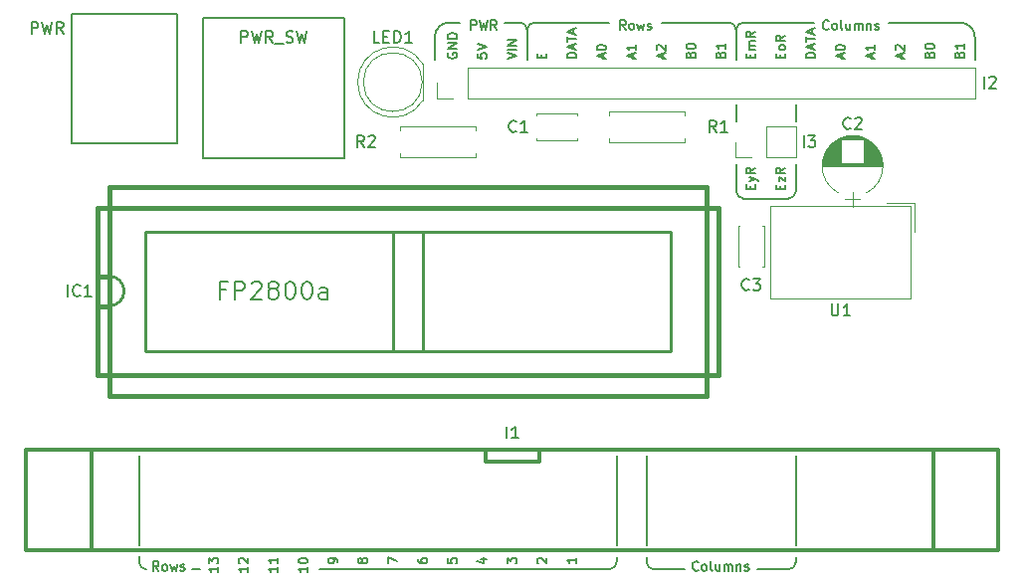
<source format=gbr>
G04 #@! TF.GenerationSoftware,KiCad,Pcbnew,(5.0.0-rc3-dev)*
G04 #@! TF.CreationDate,2019-02-11T22:12:22+01:00*
G04 #@! TF.ProjectId,Lawo 28x13,4C61776F2032387831332E6B69636164,1.1.0*
G04 #@! TF.SameCoordinates,Original*
G04 #@! TF.FileFunction,Legend,Top*
G04 #@! TF.FilePolarity,Positive*
%FSLAX46Y46*%
G04 Gerber Fmt 4.6, Leading zero omitted, Abs format (unit mm)*
G04 Created by KiCad (PCBNEW (5.0.0-rc3-dev)) date 2019 February 11, Monday 22:12:22*
%MOMM*%
%LPD*%
G01*
G04 APERTURE LIST*
%ADD10C,0.200000*%
%ADD11C,0.150000*%
%ADD12C,0.120000*%
%ADD13C,0.381000*%
%ADD14C,0.254000*%
%ADD15C,0.304800*%
%ADD16C,0.299720*%
%ADD17C,0.203200*%
G04 APERTURE END LIST*
D10*
X171450000Y-97282000D02*
X171450000Y-95885000D01*
X166370000Y-97282000D02*
X166370000Y-95885000D01*
X115570000Y-133350000D02*
X115570000Y-125730000D01*
X171450000Y-133350000D02*
X171450000Y-125730000D01*
X158750000Y-133350000D02*
X158750000Y-125730000D01*
X156210000Y-133350000D02*
X156210000Y-125730000D01*
X155574459Y-135440702D02*
X130886199Y-135440702D01*
D11*
X117238095Y-135553404D02*
X116971428Y-135172452D01*
X116780952Y-135553404D02*
X116780952Y-134753404D01*
X117085714Y-134753404D01*
X117161904Y-134791500D01*
X117200000Y-134829595D01*
X117238095Y-134905785D01*
X117238095Y-135020071D01*
X117200000Y-135096261D01*
X117161904Y-135134357D01*
X117085714Y-135172452D01*
X116780952Y-135172452D01*
X117695238Y-135553404D02*
X117619047Y-135515309D01*
X117580952Y-135477214D01*
X117542857Y-135401023D01*
X117542857Y-135172452D01*
X117580952Y-135096261D01*
X117619047Y-135058166D01*
X117695238Y-135020071D01*
X117809523Y-135020071D01*
X117885714Y-135058166D01*
X117923809Y-135096261D01*
X117961904Y-135172452D01*
X117961904Y-135401023D01*
X117923809Y-135477214D01*
X117885714Y-135515309D01*
X117809523Y-135553404D01*
X117695238Y-135553404D01*
X118228571Y-135020071D02*
X118380952Y-135553404D01*
X118533333Y-135172452D01*
X118685714Y-135553404D01*
X118838095Y-135020071D01*
X119104761Y-135515309D02*
X119180952Y-135553404D01*
X119333333Y-135553404D01*
X119409523Y-135515309D01*
X119447619Y-135439119D01*
X119447619Y-135401023D01*
X119409523Y-135324833D01*
X119333333Y-135286738D01*
X119219047Y-135286738D01*
X119142857Y-135248642D01*
X119104761Y-135172452D01*
X119104761Y-135134357D01*
X119142857Y-135058166D01*
X119219047Y-135020071D01*
X119333333Y-135020071D01*
X119409523Y-135058166D01*
D10*
X120751600Y-135458200D02*
X120040400Y-135458200D01*
X155574459Y-135440702D02*
G75*
G03X156209459Y-134805702I0J635000D01*
G01*
X156210000Y-134785100D02*
X156210000Y-134366000D01*
X115569459Y-134818402D02*
X115570000Y-134340600D01*
X115569459Y-134818402D02*
G75*
G03X116204459Y-135453402I635000J0D01*
G01*
X158750000Y-134810500D02*
G75*
G03X159385000Y-135445500I635000J0D01*
G01*
X171450000Y-134366000D02*
X171450000Y-134810500D01*
X158750000Y-134366000D02*
X158750000Y-134810500D01*
X161988500Y-135445500D02*
X159385000Y-135445500D01*
X170815000Y-135445500D02*
X168148000Y-135445500D01*
X170815000Y-135445500D02*
G75*
G03X171450000Y-134810500I0J635000D01*
G01*
D11*
X163148857Y-135477214D02*
X163110761Y-135515309D01*
X162996476Y-135553404D01*
X162920285Y-135553404D01*
X162806000Y-135515309D01*
X162729809Y-135439119D01*
X162691714Y-135362928D01*
X162653619Y-135210547D01*
X162653619Y-135096261D01*
X162691714Y-134943880D01*
X162729809Y-134867690D01*
X162806000Y-134791500D01*
X162920285Y-134753404D01*
X162996476Y-134753404D01*
X163110761Y-134791500D01*
X163148857Y-134829595D01*
X163606000Y-135553404D02*
X163529809Y-135515309D01*
X163491714Y-135477214D01*
X163453619Y-135401023D01*
X163453619Y-135172452D01*
X163491714Y-135096261D01*
X163529809Y-135058166D01*
X163606000Y-135020071D01*
X163720285Y-135020071D01*
X163796476Y-135058166D01*
X163834571Y-135096261D01*
X163872666Y-135172452D01*
X163872666Y-135401023D01*
X163834571Y-135477214D01*
X163796476Y-135515309D01*
X163720285Y-135553404D01*
X163606000Y-135553404D01*
X164329809Y-135553404D02*
X164253619Y-135515309D01*
X164215523Y-135439119D01*
X164215523Y-134753404D01*
X164977428Y-135020071D02*
X164977428Y-135553404D01*
X164634571Y-135020071D02*
X164634571Y-135439119D01*
X164672666Y-135515309D01*
X164748857Y-135553404D01*
X164863142Y-135553404D01*
X164939333Y-135515309D01*
X164977428Y-135477214D01*
X165358380Y-135553404D02*
X165358380Y-135020071D01*
X165358380Y-135096261D02*
X165396476Y-135058166D01*
X165472666Y-135020071D01*
X165586952Y-135020071D01*
X165663142Y-135058166D01*
X165701238Y-135134357D01*
X165701238Y-135553404D01*
X165701238Y-135134357D02*
X165739333Y-135058166D01*
X165815523Y-135020071D01*
X165929809Y-135020071D01*
X166006000Y-135058166D01*
X166044095Y-135134357D01*
X166044095Y-135553404D01*
X166425047Y-135020071D02*
X166425047Y-135553404D01*
X166425047Y-135096261D02*
X166463142Y-135058166D01*
X166539333Y-135020071D01*
X166653619Y-135020071D01*
X166729809Y-135058166D01*
X166767904Y-135134357D01*
X166767904Y-135553404D01*
X167110761Y-135515309D02*
X167186952Y-135553404D01*
X167339333Y-135553404D01*
X167415523Y-135515309D01*
X167453619Y-135439119D01*
X167453619Y-135401023D01*
X167415523Y-135324833D01*
X167339333Y-135286738D01*
X167225047Y-135286738D01*
X167148857Y-135248642D01*
X167110761Y-135172452D01*
X167110761Y-135134357D01*
X167148857Y-135058166D01*
X167225047Y-135020071D01*
X167339333Y-135020071D01*
X167415523Y-135058166D01*
X141819403Y-134498185D02*
X141819403Y-134879137D01*
X142200356Y-134917232D01*
X142162260Y-134879137D01*
X142124165Y-134802947D01*
X142124165Y-134612470D01*
X142162260Y-134536280D01*
X142200356Y-134498185D01*
X142276546Y-134460089D01*
X142467022Y-134460089D01*
X142543213Y-134498185D01*
X142581308Y-134536280D01*
X142619403Y-134612470D01*
X142619403Y-134802947D01*
X142581308Y-134879137D01*
X142543213Y-134917232D01*
X139279403Y-134536280D02*
X139279403Y-134688661D01*
X139317499Y-134764851D01*
X139355594Y-134802947D01*
X139469879Y-134879137D01*
X139622260Y-134917232D01*
X139927022Y-134917232D01*
X140003213Y-134879137D01*
X140041308Y-134841042D01*
X140079403Y-134764851D01*
X140079403Y-134612470D01*
X140041308Y-134536280D01*
X140003213Y-134498185D01*
X139927022Y-134460089D01*
X139736546Y-134460089D01*
X139660356Y-134498185D01*
X139622260Y-134536280D01*
X139584165Y-134612470D01*
X139584165Y-134764851D01*
X139622260Y-134841042D01*
X139660356Y-134879137D01*
X139736546Y-134917232D01*
X146899403Y-134955328D02*
X146899403Y-134460089D01*
X147204165Y-134726756D01*
X147204165Y-134612470D01*
X147242260Y-134536280D01*
X147280356Y-134498185D01*
X147356546Y-134460089D01*
X147547022Y-134460089D01*
X147623213Y-134498185D01*
X147661308Y-134536280D01*
X147699403Y-134612470D01*
X147699403Y-134841042D01*
X147661308Y-134917232D01*
X147623213Y-134955328D01*
X152779403Y-134460089D02*
X152779403Y-134917232D01*
X152779403Y-134688661D02*
X151979403Y-134688661D01*
X152093689Y-134764851D01*
X152169879Y-134841042D01*
X152207975Y-134917232D01*
X134542260Y-134764851D02*
X134504165Y-134841042D01*
X134466070Y-134879137D01*
X134389879Y-134917232D01*
X134351784Y-134917232D01*
X134275594Y-134879137D01*
X134237499Y-134841042D01*
X134199403Y-134764851D01*
X134199403Y-134612470D01*
X134237499Y-134536280D01*
X134275594Y-134498185D01*
X134351784Y-134460089D01*
X134389879Y-134460089D01*
X134466070Y-134498185D01*
X134504165Y-134536280D01*
X134542260Y-134612470D01*
X134542260Y-134764851D01*
X134580356Y-134841042D01*
X134618451Y-134879137D01*
X134694641Y-134917232D01*
X134847022Y-134917232D01*
X134923213Y-134879137D01*
X134961308Y-134841042D01*
X134999403Y-134764851D01*
X134999403Y-134612470D01*
X134961308Y-134536280D01*
X134923213Y-134498185D01*
X134847022Y-134460089D01*
X134694641Y-134460089D01*
X134618451Y-134498185D01*
X134580356Y-134536280D01*
X134542260Y-134612470D01*
X132459403Y-134841042D02*
X132459403Y-134688661D01*
X132421308Y-134612470D01*
X132383213Y-134574375D01*
X132268927Y-134498185D01*
X132116546Y-134460089D01*
X131811784Y-134460089D01*
X131735594Y-134498185D01*
X131697499Y-134536280D01*
X131659403Y-134612470D01*
X131659403Y-134764851D01*
X131697499Y-134841042D01*
X131735594Y-134879137D01*
X131811784Y-134917232D01*
X132002260Y-134917232D01*
X132078451Y-134879137D01*
X132116546Y-134841042D01*
X132154641Y-134764851D01*
X132154641Y-134612470D01*
X132116546Y-134536280D01*
X132078451Y-134498185D01*
X132002260Y-134460089D01*
X122299403Y-135221994D02*
X122299403Y-135679137D01*
X122299403Y-135450566D02*
X121499403Y-135450566D01*
X121613689Y-135526756D01*
X121689879Y-135602947D01*
X121727975Y-135679137D01*
X121499403Y-134955328D02*
X121499403Y-134460089D01*
X121804165Y-134726756D01*
X121804165Y-134612470D01*
X121842260Y-134536280D01*
X121880356Y-134498185D01*
X121956546Y-134460089D01*
X122147022Y-134460089D01*
X122223213Y-134498185D01*
X122261308Y-134536280D01*
X122299403Y-134612470D01*
X122299403Y-134841042D01*
X122261308Y-134917232D01*
X122223213Y-134955328D01*
X149515594Y-134917232D02*
X149477499Y-134879137D01*
X149439403Y-134802947D01*
X149439403Y-134612470D01*
X149477499Y-134536280D01*
X149515594Y-134498185D01*
X149591784Y-134460089D01*
X149667975Y-134460089D01*
X149782260Y-134498185D01*
X150239403Y-134955328D01*
X150239403Y-134460089D01*
X127379403Y-135221994D02*
X127379403Y-135679137D01*
X127379403Y-135450566D02*
X126579403Y-135450566D01*
X126693689Y-135526756D01*
X126769879Y-135602947D01*
X126807975Y-135679137D01*
X127379403Y-134460089D02*
X127379403Y-134917232D01*
X127379403Y-134688661D02*
X126579403Y-134688661D01*
X126693689Y-134764851D01*
X126769879Y-134841042D01*
X126807975Y-134917232D01*
X136739403Y-134955328D02*
X136739403Y-134421994D01*
X137539403Y-134764851D01*
X129919403Y-135221994D02*
X129919403Y-135679137D01*
X129919403Y-135450566D02*
X129119403Y-135450566D01*
X129233689Y-135526756D01*
X129309879Y-135602947D01*
X129347975Y-135679137D01*
X129119403Y-134726756D02*
X129119403Y-134650566D01*
X129157499Y-134574375D01*
X129195594Y-134536280D01*
X129271784Y-134498185D01*
X129424165Y-134460089D01*
X129614641Y-134460089D01*
X129767022Y-134498185D01*
X129843213Y-134536280D01*
X129881308Y-134574375D01*
X129919403Y-134650566D01*
X129919403Y-134726756D01*
X129881308Y-134802947D01*
X129843213Y-134841042D01*
X129767022Y-134879137D01*
X129614641Y-134917232D01*
X129424165Y-134917232D01*
X129271784Y-134879137D01*
X129195594Y-134841042D01*
X129157499Y-134802947D01*
X129119403Y-134726756D01*
X144626070Y-134536280D02*
X145159403Y-134536280D01*
X144321308Y-134726756D02*
X144892737Y-134917232D01*
X144892737Y-134421994D01*
X124839403Y-135221994D02*
X124839403Y-135679137D01*
X124839403Y-135450566D02*
X124039403Y-135450566D01*
X124153689Y-135526756D01*
X124229879Y-135602947D01*
X124267975Y-135679137D01*
X124115594Y-134917232D02*
X124077499Y-134879137D01*
X124039403Y-134802947D01*
X124039403Y-134612470D01*
X124077499Y-134536280D01*
X124115594Y-134498185D01*
X124191784Y-134460089D01*
X124267975Y-134460089D01*
X124382260Y-134498185D01*
X124839403Y-134955328D01*
X124839403Y-134460089D01*
D10*
X166370000Y-103251000D02*
X166370000Y-100965000D01*
X166370000Y-103251000D02*
G75*
G03X167005000Y-103886000I635000J0D01*
G01*
X170815000Y-103886000D02*
X167005000Y-103886000D01*
X171450000Y-103251000D02*
X171450000Y-100965000D01*
X170815000Y-103886000D02*
G75*
G03X171450000Y-103251000I0J635000D01*
G01*
D11*
X170122857Y-103090023D02*
X170122857Y-102823357D01*
X170541904Y-102709071D02*
X170541904Y-103090023D01*
X169741904Y-103090023D01*
X169741904Y-102709071D01*
X170008571Y-102442404D02*
X170008571Y-102023357D01*
X170541904Y-102442404D01*
X170541904Y-102023357D01*
X170541904Y-101261452D02*
X170160952Y-101528119D01*
X170541904Y-101718595D02*
X169741904Y-101718595D01*
X169741904Y-101413833D01*
X169780000Y-101337642D01*
X169818095Y-101299547D01*
X169894285Y-101261452D01*
X170008571Y-101261452D01*
X170084761Y-101299547D01*
X170122857Y-101337642D01*
X170160952Y-101413833D01*
X170160952Y-101718595D01*
X167582857Y-103051927D02*
X167582857Y-102785261D01*
X168001904Y-102670975D02*
X168001904Y-103051927D01*
X167201904Y-103051927D01*
X167201904Y-102670975D01*
X167468571Y-102404308D02*
X168001904Y-102213832D01*
X167468571Y-102023356D02*
X168001904Y-102213832D01*
X168192380Y-102290023D01*
X168230476Y-102328118D01*
X168268571Y-102404308D01*
X168001904Y-101261451D02*
X167620952Y-101528118D01*
X168001904Y-101718594D02*
X167201904Y-101718594D01*
X167201904Y-101413832D01*
X167240000Y-101337642D01*
X167278095Y-101299546D01*
X167354285Y-101261451D01*
X167468571Y-101261451D01*
X167544761Y-101299546D01*
X167582857Y-101337642D01*
X167620952Y-101413832D01*
X167620952Y-101718594D01*
X106413466Y-89860380D02*
X106413466Y-88860380D01*
X106794419Y-88860380D01*
X106889657Y-88908000D01*
X106937276Y-88955619D01*
X106984895Y-89050857D01*
X106984895Y-89193714D01*
X106937276Y-89288952D01*
X106889657Y-89336571D01*
X106794419Y-89384190D01*
X106413466Y-89384190D01*
X107318228Y-88860380D02*
X107556323Y-89860380D01*
X107746800Y-89146095D01*
X107937276Y-89860380D01*
X108175371Y-88860380D01*
X109127752Y-89860380D02*
X108794419Y-89384190D01*
X108556323Y-89860380D02*
X108556323Y-88860380D01*
X108937276Y-88860380D01*
X109032514Y-88908000D01*
X109080133Y-88955619D01*
X109127752Y-89050857D01*
X109127752Y-89193714D01*
X109080133Y-89288952D01*
X109032514Y-89336571D01*
X108937276Y-89384190D01*
X108556323Y-89384190D01*
X124238095Y-90622380D02*
X124238095Y-89622380D01*
X124619047Y-89622380D01*
X124714285Y-89670000D01*
X124761904Y-89717619D01*
X124809523Y-89812857D01*
X124809523Y-89955714D01*
X124761904Y-90050952D01*
X124714285Y-90098571D01*
X124619047Y-90146190D01*
X124238095Y-90146190D01*
X125142857Y-89622380D02*
X125380952Y-90622380D01*
X125571428Y-89908095D01*
X125761904Y-90622380D01*
X126000000Y-89622380D01*
X126952380Y-90622380D02*
X126619047Y-90146190D01*
X126380952Y-90622380D02*
X126380952Y-89622380D01*
X126761904Y-89622380D01*
X126857142Y-89670000D01*
X126904761Y-89717619D01*
X126952380Y-89812857D01*
X126952380Y-89955714D01*
X126904761Y-90050952D01*
X126857142Y-90098571D01*
X126761904Y-90146190D01*
X126380952Y-90146190D01*
X127142857Y-90717619D02*
X127904761Y-90717619D01*
X128095238Y-90574761D02*
X128238095Y-90622380D01*
X128476190Y-90622380D01*
X128571428Y-90574761D01*
X128619047Y-90527142D01*
X128666666Y-90431904D01*
X128666666Y-90336666D01*
X128619047Y-90241428D01*
X128571428Y-90193809D01*
X128476190Y-90146190D01*
X128285714Y-90098571D01*
X128190476Y-90050952D01*
X128142857Y-90003333D01*
X128095238Y-89908095D01*
X128095238Y-89812857D01*
X128142857Y-89717619D01*
X128190476Y-89670000D01*
X128285714Y-89622380D01*
X128523809Y-89622380D01*
X128666666Y-89670000D01*
X129000000Y-89622380D02*
X129238095Y-90622380D01*
X129428571Y-89908095D01*
X129619047Y-90622380D01*
X129857142Y-89622380D01*
D10*
X186690000Y-90170000D02*
G75*
G03X185420000Y-88900000I-1270000J0D01*
G01*
X166370000Y-89535000D02*
G75*
G03X165735000Y-88900000I-635000J0D01*
G01*
X167005000Y-88900000D02*
G75*
G03X166370000Y-89535000I0J-635000D01*
G01*
X165100000Y-88900000D02*
X165735000Y-88900000D01*
X167640000Y-88900000D02*
X167005000Y-88900000D01*
X166370000Y-89535000D02*
X166370000Y-92075000D01*
X149225000Y-88900000D02*
X149860000Y-88900000D01*
X147955000Y-88900000D02*
X147320000Y-88900000D01*
X148590000Y-89535000D02*
X148590000Y-92075000D01*
X149225000Y-88900000D02*
G75*
G03X148590000Y-89535000I0J-635000D01*
G01*
X148590000Y-89535000D02*
G75*
G03X147955000Y-88900000I-635000J0D01*
G01*
X141986000Y-88900000D02*
G75*
G03X140716000Y-90170000I0J-1270000D01*
G01*
D11*
X160153333Y-91952119D02*
X160153333Y-91571166D01*
X160381904Y-92028309D02*
X159581904Y-91761642D01*
X160381904Y-91494976D01*
X159658095Y-91266404D02*
X159620000Y-91228309D01*
X159581904Y-91152119D01*
X159581904Y-90961642D01*
X159620000Y-90885452D01*
X159658095Y-90847357D01*
X159734285Y-90809261D01*
X159810476Y-90809261D01*
X159924761Y-90847357D01*
X160381904Y-91304500D01*
X160381904Y-90809261D01*
D10*
X141986000Y-88900000D02*
X142875000Y-88900000D01*
X140716000Y-92075000D02*
X140716000Y-90170000D01*
X147320000Y-88900000D02*
X146685000Y-88900000D01*
D11*
X143797976Y-89515904D02*
X143797976Y-88715904D01*
X144102738Y-88715904D01*
X144178928Y-88754000D01*
X144217023Y-88792095D01*
X144255119Y-88868285D01*
X144255119Y-88982571D01*
X144217023Y-89058761D01*
X144178928Y-89096857D01*
X144102738Y-89134952D01*
X143797976Y-89134952D01*
X144521785Y-88715904D02*
X144712261Y-89515904D01*
X144864642Y-88944476D01*
X145017023Y-89515904D01*
X145207500Y-88715904D01*
X145969404Y-89515904D02*
X145702738Y-89134952D01*
X145512261Y-89515904D02*
X145512261Y-88715904D01*
X145817023Y-88715904D01*
X145893214Y-88754000D01*
X145931309Y-88792095D01*
X145969404Y-88868285D01*
X145969404Y-88982571D01*
X145931309Y-89058761D01*
X145893214Y-89096857D01*
X145817023Y-89134952D01*
X145512261Y-89134952D01*
D10*
X186690000Y-90170000D02*
X186690000Y-92075000D01*
X179324000Y-88900000D02*
X185420000Y-88900000D01*
X167640000Y-88900000D02*
X172974000Y-88900000D01*
X160020000Y-88900000D02*
X165100000Y-88900000D01*
X149860000Y-88900000D02*
X155575000Y-88900000D01*
D11*
X174227119Y-89439714D02*
X174189023Y-89477809D01*
X174074738Y-89515904D01*
X173998547Y-89515904D01*
X173884261Y-89477809D01*
X173808071Y-89401619D01*
X173769976Y-89325428D01*
X173731880Y-89173047D01*
X173731880Y-89058761D01*
X173769976Y-88906380D01*
X173808071Y-88830190D01*
X173884261Y-88754000D01*
X173998547Y-88715904D01*
X174074738Y-88715904D01*
X174189023Y-88754000D01*
X174227119Y-88792095D01*
X174684261Y-89515904D02*
X174608071Y-89477809D01*
X174569976Y-89439714D01*
X174531880Y-89363523D01*
X174531880Y-89134952D01*
X174569976Y-89058761D01*
X174608071Y-89020666D01*
X174684261Y-88982571D01*
X174798547Y-88982571D01*
X174874738Y-89020666D01*
X174912833Y-89058761D01*
X174950928Y-89134952D01*
X174950928Y-89363523D01*
X174912833Y-89439714D01*
X174874738Y-89477809D01*
X174798547Y-89515904D01*
X174684261Y-89515904D01*
X175408071Y-89515904D02*
X175331880Y-89477809D01*
X175293785Y-89401619D01*
X175293785Y-88715904D01*
X176055690Y-88982571D02*
X176055690Y-89515904D01*
X175712833Y-88982571D02*
X175712833Y-89401619D01*
X175750928Y-89477809D01*
X175827119Y-89515904D01*
X175941404Y-89515904D01*
X176017595Y-89477809D01*
X176055690Y-89439714D01*
X176436642Y-89515904D02*
X176436642Y-88982571D01*
X176436642Y-89058761D02*
X176474738Y-89020666D01*
X176550928Y-88982571D01*
X176665214Y-88982571D01*
X176741404Y-89020666D01*
X176779500Y-89096857D01*
X176779500Y-89515904D01*
X176779500Y-89096857D02*
X176817595Y-89020666D01*
X176893785Y-88982571D01*
X177008071Y-88982571D01*
X177084261Y-89020666D01*
X177122357Y-89096857D01*
X177122357Y-89515904D01*
X177503309Y-88982571D02*
X177503309Y-89515904D01*
X177503309Y-89058761D02*
X177541404Y-89020666D01*
X177617595Y-88982571D01*
X177731880Y-88982571D01*
X177808071Y-89020666D01*
X177846166Y-89096857D01*
X177846166Y-89515904D01*
X178189023Y-89477809D02*
X178265214Y-89515904D01*
X178417595Y-89515904D01*
X178493785Y-89477809D01*
X178531880Y-89401619D01*
X178531880Y-89363523D01*
X178493785Y-89287333D01*
X178417595Y-89249238D01*
X178303309Y-89249238D01*
X178227119Y-89211142D01*
X178189023Y-89134952D01*
X178189023Y-89096857D01*
X178227119Y-89020666D01*
X178303309Y-88982571D01*
X178417595Y-88982571D01*
X178493785Y-89020666D01*
X156955119Y-89515904D02*
X156688452Y-89134952D01*
X156497976Y-89515904D02*
X156497976Y-88715904D01*
X156802738Y-88715904D01*
X156878928Y-88754000D01*
X156917023Y-88792095D01*
X156955119Y-88868285D01*
X156955119Y-88982571D01*
X156917023Y-89058761D01*
X156878928Y-89096857D01*
X156802738Y-89134952D01*
X156497976Y-89134952D01*
X157412261Y-89515904D02*
X157336071Y-89477809D01*
X157297976Y-89439714D01*
X157259880Y-89363523D01*
X157259880Y-89134952D01*
X157297976Y-89058761D01*
X157336071Y-89020666D01*
X157412261Y-88982571D01*
X157526547Y-88982571D01*
X157602738Y-89020666D01*
X157640833Y-89058761D01*
X157678928Y-89134952D01*
X157678928Y-89363523D01*
X157640833Y-89439714D01*
X157602738Y-89477809D01*
X157526547Y-89515904D01*
X157412261Y-89515904D01*
X157945595Y-88982571D02*
X158097976Y-89515904D01*
X158250357Y-89134952D01*
X158402738Y-89515904D01*
X158555119Y-88982571D01*
X158821785Y-89477809D02*
X158897976Y-89515904D01*
X159050357Y-89515904D01*
X159126547Y-89477809D01*
X159164642Y-89401619D01*
X159164642Y-89363523D01*
X159126547Y-89287333D01*
X159050357Y-89249238D01*
X158936071Y-89249238D01*
X158859880Y-89211142D01*
X158821785Y-89134952D01*
X158821785Y-89096857D01*
X158859880Y-89020666D01*
X158936071Y-88982571D01*
X159050357Y-88982571D01*
X159126547Y-89020666D01*
X170122857Y-91914023D02*
X170122857Y-91647357D01*
X170541904Y-91533071D02*
X170541904Y-91914023D01*
X169741904Y-91914023D01*
X169741904Y-91533071D01*
X170541904Y-91075928D02*
X170503809Y-91152119D01*
X170465714Y-91190214D01*
X170389523Y-91228309D01*
X170160952Y-91228309D01*
X170084761Y-91190214D01*
X170046666Y-91152119D01*
X170008571Y-91075928D01*
X170008571Y-90961642D01*
X170046666Y-90885452D01*
X170084761Y-90847357D01*
X170160952Y-90809261D01*
X170389523Y-90809261D01*
X170465714Y-90847357D01*
X170503809Y-90885452D01*
X170541904Y-90961642D01*
X170541904Y-91075928D01*
X170541904Y-90009261D02*
X170160952Y-90275928D01*
X170541904Y-90466404D02*
X169741904Y-90466404D01*
X169741904Y-90161642D01*
X169780000Y-90085452D01*
X169818095Y-90047357D01*
X169894285Y-90009261D01*
X170008571Y-90009261D01*
X170084761Y-90047357D01*
X170122857Y-90085452D01*
X170160952Y-90161642D01*
X170160952Y-90466404D01*
X173081904Y-91914023D02*
X172281904Y-91914023D01*
X172281904Y-91723547D01*
X172320000Y-91609261D01*
X172396190Y-91533071D01*
X172472380Y-91494976D01*
X172624761Y-91456880D01*
X172739047Y-91456880D01*
X172891428Y-91494976D01*
X172967619Y-91533071D01*
X173043809Y-91609261D01*
X173081904Y-91723547D01*
X173081904Y-91914023D01*
X172853333Y-91152119D02*
X172853333Y-90771166D01*
X173081904Y-91228309D02*
X172281904Y-90961642D01*
X173081904Y-90694976D01*
X172281904Y-90542595D02*
X172281904Y-90085452D01*
X173081904Y-90314023D02*
X172281904Y-90314023D01*
X172853333Y-89856880D02*
X172853333Y-89475928D01*
X173081904Y-89933071D02*
X172281904Y-89666404D01*
X173081904Y-89399738D01*
X149802857Y-91914023D02*
X149802857Y-91647357D01*
X150221904Y-91533071D02*
X150221904Y-91914023D01*
X149421904Y-91914023D01*
X149421904Y-91533071D01*
X152761904Y-91914023D02*
X151961904Y-91914023D01*
X151961904Y-91723547D01*
X152000000Y-91609261D01*
X152076190Y-91533071D01*
X152152380Y-91494976D01*
X152304761Y-91456880D01*
X152419047Y-91456880D01*
X152571428Y-91494976D01*
X152647619Y-91533071D01*
X152723809Y-91609261D01*
X152761904Y-91723547D01*
X152761904Y-91914023D01*
X152533333Y-91152119D02*
X152533333Y-90771166D01*
X152761904Y-91228309D02*
X151961904Y-90961642D01*
X152761904Y-90694976D01*
X151961904Y-90542595D02*
X151961904Y-90085452D01*
X152761904Y-90314023D02*
X151961904Y-90314023D01*
X152533333Y-89856880D02*
X152533333Y-89475928D01*
X152761904Y-89933071D02*
X151961904Y-89666404D01*
X152761904Y-89399738D01*
X167582857Y-91914023D02*
X167582857Y-91647357D01*
X168001904Y-91533071D02*
X168001904Y-91914023D01*
X167201904Y-91914023D01*
X167201904Y-91533071D01*
X168001904Y-91190214D02*
X167468571Y-91190214D01*
X167544761Y-91190214D02*
X167506666Y-91152119D01*
X167468571Y-91075928D01*
X167468571Y-90961642D01*
X167506666Y-90885452D01*
X167582857Y-90847357D01*
X168001904Y-90847357D01*
X167582857Y-90847357D02*
X167506666Y-90809261D01*
X167468571Y-90733071D01*
X167468571Y-90618785D01*
X167506666Y-90542595D01*
X167582857Y-90504500D01*
X168001904Y-90504500D01*
X168001904Y-89666404D02*
X167620952Y-89933071D01*
X168001904Y-90123547D02*
X167201904Y-90123547D01*
X167201904Y-89818785D01*
X167240000Y-89742595D01*
X167278095Y-89704500D01*
X167354285Y-89666404D01*
X167468571Y-89666404D01*
X167544761Y-89704500D01*
X167582857Y-89742595D01*
X167620952Y-89818785D01*
X167620952Y-90123547D01*
X185362857Y-91647357D02*
X185400952Y-91533071D01*
X185439047Y-91494976D01*
X185515238Y-91456880D01*
X185629523Y-91456880D01*
X185705714Y-91494976D01*
X185743809Y-91533071D01*
X185781904Y-91609261D01*
X185781904Y-91914023D01*
X184981904Y-91914023D01*
X184981904Y-91647357D01*
X185020000Y-91571166D01*
X185058095Y-91533071D01*
X185134285Y-91494976D01*
X185210476Y-91494976D01*
X185286666Y-91533071D01*
X185324761Y-91571166D01*
X185362857Y-91647357D01*
X185362857Y-91914023D01*
X185781904Y-90694976D02*
X185781904Y-91152119D01*
X185781904Y-90923547D02*
X184981904Y-90923547D01*
X185096190Y-90999738D01*
X185172380Y-91075928D01*
X185210476Y-91152119D01*
X182822857Y-91647357D02*
X182860952Y-91533071D01*
X182899047Y-91494976D01*
X182975238Y-91456880D01*
X183089523Y-91456880D01*
X183165714Y-91494976D01*
X183203809Y-91533071D01*
X183241904Y-91609261D01*
X183241904Y-91914023D01*
X182441904Y-91914023D01*
X182441904Y-91647357D01*
X182480000Y-91571166D01*
X182518095Y-91533071D01*
X182594285Y-91494976D01*
X182670476Y-91494976D01*
X182746666Y-91533071D01*
X182784761Y-91571166D01*
X182822857Y-91647357D01*
X182822857Y-91914023D01*
X182441904Y-90961642D02*
X182441904Y-90885452D01*
X182480000Y-90809261D01*
X182518095Y-90771166D01*
X182594285Y-90733071D01*
X182746666Y-90694976D01*
X182937142Y-90694976D01*
X183089523Y-90733071D01*
X183165714Y-90771166D01*
X183203809Y-90809261D01*
X183241904Y-90885452D01*
X183241904Y-90961642D01*
X183203809Y-91037833D01*
X183165714Y-91075928D01*
X183089523Y-91114023D01*
X182937142Y-91152119D01*
X182746666Y-91152119D01*
X182594285Y-91114023D01*
X182518095Y-91075928D01*
X182480000Y-91037833D01*
X182441904Y-90961642D01*
X180473333Y-91952119D02*
X180473333Y-91571166D01*
X180701904Y-92028309D02*
X179901904Y-91761642D01*
X180701904Y-91494976D01*
X179978095Y-91266404D02*
X179940000Y-91228309D01*
X179901904Y-91152119D01*
X179901904Y-90961642D01*
X179940000Y-90885452D01*
X179978095Y-90847357D01*
X180054285Y-90809261D01*
X180130476Y-90809261D01*
X180244761Y-90847357D01*
X180701904Y-91304500D01*
X180701904Y-90809261D01*
X177933333Y-91952119D02*
X177933333Y-91571166D01*
X178161904Y-92028309D02*
X177361904Y-91761642D01*
X178161904Y-91494976D01*
X178161904Y-90809261D02*
X178161904Y-91266404D01*
X178161904Y-91037833D02*
X177361904Y-91037833D01*
X177476190Y-91114023D01*
X177552380Y-91190214D01*
X177590476Y-91266404D01*
X175393333Y-91952119D02*
X175393333Y-91571166D01*
X175621904Y-92028309D02*
X174821904Y-91761642D01*
X175621904Y-91494976D01*
X174821904Y-91075928D02*
X174821904Y-90999738D01*
X174860000Y-90923547D01*
X174898095Y-90885452D01*
X174974285Y-90847357D01*
X175126666Y-90809261D01*
X175317142Y-90809261D01*
X175469523Y-90847357D01*
X175545714Y-90885452D01*
X175583809Y-90923547D01*
X175621904Y-90999738D01*
X175621904Y-91075928D01*
X175583809Y-91152119D01*
X175545714Y-91190214D01*
X175469523Y-91228309D01*
X175317142Y-91266404D01*
X175126666Y-91266404D01*
X174974285Y-91228309D01*
X174898095Y-91190214D01*
X174860000Y-91152119D01*
X174821904Y-91075928D01*
X165042857Y-91647357D02*
X165080952Y-91533071D01*
X165119047Y-91494976D01*
X165195238Y-91456880D01*
X165309523Y-91456880D01*
X165385714Y-91494976D01*
X165423809Y-91533071D01*
X165461904Y-91609261D01*
X165461904Y-91914023D01*
X164661904Y-91914023D01*
X164661904Y-91647357D01*
X164700000Y-91571166D01*
X164738095Y-91533071D01*
X164814285Y-91494976D01*
X164890476Y-91494976D01*
X164966666Y-91533071D01*
X165004761Y-91571166D01*
X165042857Y-91647357D01*
X165042857Y-91914023D01*
X165461904Y-90694976D02*
X165461904Y-91152119D01*
X165461904Y-90923547D02*
X164661904Y-90923547D01*
X164776190Y-90999738D01*
X164852380Y-91075928D01*
X164890476Y-91152119D01*
X162502857Y-91647357D02*
X162540952Y-91533071D01*
X162579047Y-91494976D01*
X162655238Y-91456880D01*
X162769523Y-91456880D01*
X162845714Y-91494976D01*
X162883809Y-91533071D01*
X162921904Y-91609261D01*
X162921904Y-91914023D01*
X162121904Y-91914023D01*
X162121904Y-91647357D01*
X162160000Y-91571166D01*
X162198095Y-91533071D01*
X162274285Y-91494976D01*
X162350476Y-91494976D01*
X162426666Y-91533071D01*
X162464761Y-91571166D01*
X162502857Y-91647357D01*
X162502857Y-91914023D01*
X162121904Y-90961642D02*
X162121904Y-90885452D01*
X162160000Y-90809261D01*
X162198095Y-90771166D01*
X162274285Y-90733071D01*
X162426666Y-90694976D01*
X162617142Y-90694976D01*
X162769523Y-90733071D01*
X162845714Y-90771166D01*
X162883809Y-90809261D01*
X162921904Y-90885452D01*
X162921904Y-90961642D01*
X162883809Y-91037833D01*
X162845714Y-91075928D01*
X162769523Y-91114023D01*
X162617142Y-91152119D01*
X162426666Y-91152119D01*
X162274285Y-91114023D01*
X162198095Y-91075928D01*
X162160000Y-91037833D01*
X162121904Y-90961642D01*
X157613333Y-91952119D02*
X157613333Y-91571166D01*
X157841904Y-92028309D02*
X157041904Y-91761642D01*
X157841904Y-91494976D01*
X157841904Y-90809261D02*
X157841904Y-91266404D01*
X157841904Y-91037833D02*
X157041904Y-91037833D01*
X157156190Y-91114023D01*
X157232380Y-91190214D01*
X157270476Y-91266404D01*
X155073333Y-91952119D02*
X155073333Y-91571166D01*
X155301904Y-92028309D02*
X154501904Y-91761642D01*
X155301904Y-91494976D01*
X154501904Y-91075928D02*
X154501904Y-90999738D01*
X154540000Y-90923547D01*
X154578095Y-90885452D01*
X154654285Y-90847357D01*
X154806666Y-90809261D01*
X154997142Y-90809261D01*
X155149523Y-90847357D01*
X155225714Y-90885452D01*
X155263809Y-90923547D01*
X155301904Y-90999738D01*
X155301904Y-91075928D01*
X155263809Y-91152119D01*
X155225714Y-91190214D01*
X155149523Y-91228309D01*
X154997142Y-91266404D01*
X154806666Y-91266404D01*
X154654285Y-91228309D01*
X154578095Y-91190214D01*
X154540000Y-91152119D01*
X154501904Y-91075928D01*
X146881904Y-92028309D02*
X147681904Y-91761642D01*
X146881904Y-91494976D01*
X147681904Y-91228309D02*
X146881904Y-91228309D01*
X147681904Y-90847357D02*
X146881904Y-90847357D01*
X147681904Y-90390214D01*
X146881904Y-90390214D01*
X144341904Y-91531071D02*
X144341904Y-91912023D01*
X144722857Y-91950119D01*
X144684761Y-91912023D01*
X144646666Y-91835833D01*
X144646666Y-91645357D01*
X144684761Y-91569166D01*
X144722857Y-91531071D01*
X144799047Y-91492976D01*
X144989523Y-91492976D01*
X145065714Y-91531071D01*
X145103809Y-91569166D01*
X145141904Y-91645357D01*
X145141904Y-91835833D01*
X145103809Y-91912023D01*
X145065714Y-91950119D01*
X144341904Y-91264404D02*
X145141904Y-90997738D01*
X144341904Y-90731071D01*
X141840000Y-91492976D02*
X141801904Y-91569166D01*
X141801904Y-91683452D01*
X141840000Y-91797738D01*
X141916190Y-91873928D01*
X141992380Y-91912023D01*
X142144761Y-91950119D01*
X142259047Y-91950119D01*
X142411428Y-91912023D01*
X142487619Y-91873928D01*
X142563809Y-91797738D01*
X142601904Y-91683452D01*
X142601904Y-91607261D01*
X142563809Y-91492976D01*
X142525714Y-91454880D01*
X142259047Y-91454880D01*
X142259047Y-91607261D01*
X142601904Y-91112023D02*
X141801904Y-91112023D01*
X142601904Y-90654880D01*
X141801904Y-90654880D01*
X142601904Y-90273928D02*
X141801904Y-90273928D01*
X141801904Y-90083452D01*
X141840000Y-89969166D01*
X141916190Y-89892976D01*
X141992380Y-89854880D01*
X142144761Y-89816785D01*
X142259047Y-89816785D01*
X142411428Y-89854880D01*
X142487619Y-89892976D01*
X142563809Y-89969166D01*
X142601904Y-90083452D01*
X142601904Y-90273928D01*
D12*
G04 #@! TO.C,C3*
X168750000Y-106170000D02*
X168750000Y-109690000D01*
X166530000Y-106170000D02*
X166530000Y-109690000D01*
X168750000Y-106170000D02*
X168636000Y-106170000D01*
X166644000Y-106170000D02*
X166530000Y-106170000D01*
X168750000Y-109690000D02*
X168636000Y-109690000D01*
X166644000Y-109690000D02*
X166530000Y-109690000D01*
G04 #@! TO.C,LED1*
X139720000Y-95525000D02*
X139720000Y-92435000D01*
X139660000Y-93980000D02*
G75*
G03X139660000Y-93980000I-2500000J0D01*
G01*
X134170000Y-93980462D02*
G75*
G02X139720000Y-92435170I2990000J462D01*
G01*
X134170000Y-93979538D02*
G75*
G03X139720000Y-95524830I2990000J-462D01*
G01*
G04 #@! TO.C,R2*
X144180000Y-100040000D02*
X144180000Y-100370000D01*
X144180000Y-100370000D02*
X137760000Y-100370000D01*
X137760000Y-100370000D02*
X137760000Y-100040000D01*
X144180000Y-98080000D02*
X144180000Y-97750000D01*
X144180000Y-97750000D02*
X137760000Y-97750000D01*
X137760000Y-97750000D02*
X137760000Y-98080000D01*
D13*
G04 #@! TO.C,IC1*
X113030000Y-110490000D02*
X112014000Y-110490000D01*
X113030000Y-113030000D02*
X112014000Y-113030000D01*
D14*
X113030000Y-113030000D02*
G75*
G03X114300000Y-111760000I0J1270000D01*
G01*
X114300000Y-111760000D02*
G75*
G03X113030000Y-110490000I-1270000J0D01*
G01*
D13*
X113030000Y-110490000D02*
X113030000Y-113030000D01*
D14*
X116078000Y-106680000D02*
X116078000Y-116840000D01*
X160782000Y-106680000D02*
X160782000Y-116840000D01*
X139700000Y-116840000D02*
X139700000Y-106680000D01*
X137160000Y-106680000D02*
X137160000Y-116840000D01*
D13*
X112014000Y-104648000D02*
X112014000Y-118872000D01*
X113030000Y-120650000D02*
X113030000Y-102870000D01*
X163830000Y-102870000D02*
X163830000Y-120650000D01*
X164846000Y-118872000D02*
X164846000Y-104648000D01*
X164846000Y-104648000D02*
X112014000Y-104648000D01*
X113030000Y-102870000D02*
X163830000Y-102870000D01*
X164846000Y-118872000D02*
X112014000Y-118872000D01*
X113030000Y-120650000D02*
X163830000Y-120650000D01*
D14*
X160782000Y-116840000D02*
X116078000Y-116840000D01*
X116078000Y-106680000D02*
X160782000Y-106680000D01*
D11*
G04 #@! TO.C,PWR_SW1*
X121000000Y-88488000D02*
X121000000Y-100488000D01*
X121000000Y-100488000D02*
X133000000Y-100488000D01*
X133000000Y-100488000D02*
X133000000Y-88488000D01*
X133000000Y-88488000D02*
X121000000Y-88488000D01*
D15*
G04 #@! TO.C,I1*
X188670000Y-133840000D02*
X188670000Y-125240000D01*
X105970000Y-133840000D02*
X105970000Y-125240000D01*
X188670000Y-125240000D02*
X105970000Y-125240000D01*
X105970000Y-133840000D02*
X188670000Y-133840000D01*
X183120000Y-133840000D02*
X183120000Y-125240000D01*
X111520000Y-133840000D02*
X111520000Y-125240000D01*
D16*
X145020000Y-125340000D02*
X145020000Y-126240000D01*
X145020000Y-126240000D02*
X149620000Y-126240000D01*
X149620000Y-126240000D02*
X149620000Y-125340000D01*
D11*
G04 #@! TO.C,PWR1*
X118800880Y-88201500D02*
X109799120Y-88201500D01*
X109799120Y-88201500D02*
X109799120Y-99202240D01*
X109799120Y-99202240D02*
X118800880Y-99202240D01*
X118800880Y-99202240D02*
X118800880Y-88201500D01*
D12*
G04 #@! TO.C,C1*
X149350000Y-96680000D02*
X152870000Y-96680000D01*
X149350000Y-98900000D02*
X152870000Y-98900000D01*
X149350000Y-96680000D02*
X149350000Y-96794000D01*
X149350000Y-98786000D02*
X149350000Y-98900000D01*
X152870000Y-96680000D02*
X152870000Y-96794000D01*
X152870000Y-98786000D02*
X152870000Y-98900000D01*
G04 #@! TO.C,C2*
X175626000Y-103962000D02*
X176926000Y-103962000D01*
X176276000Y-104562000D02*
X176276000Y-103362000D01*
X175922000Y-98551000D02*
X176630000Y-98551000D01*
X175717000Y-98591000D02*
X176835000Y-98591000D01*
X175569000Y-98631000D02*
X176983000Y-98631000D01*
X175447000Y-98671000D02*
X177105000Y-98671000D01*
X175342000Y-98711000D02*
X177210000Y-98711000D01*
X175248000Y-98751000D02*
X177304000Y-98751000D01*
X175164000Y-98791000D02*
X177388000Y-98791000D01*
X175087000Y-98831000D02*
X177465000Y-98831000D01*
X175015000Y-98871000D02*
X177537000Y-98871000D01*
X177256000Y-98911000D02*
X177603000Y-98911000D01*
X174949000Y-98911000D02*
X175296000Y-98911000D01*
X177256000Y-98951000D02*
X177666000Y-98951000D01*
X174886000Y-98951000D02*
X175296000Y-98951000D01*
X177256000Y-98991000D02*
X177724000Y-98991000D01*
X174828000Y-98991000D02*
X175296000Y-98991000D01*
X177256000Y-99031000D02*
X177780000Y-99031000D01*
X174772000Y-99031000D02*
X175296000Y-99031000D01*
X177256000Y-99071000D02*
X177832000Y-99071000D01*
X174720000Y-99071000D02*
X175296000Y-99071000D01*
X177256000Y-99111000D02*
X177882000Y-99111000D01*
X174670000Y-99111000D02*
X175296000Y-99111000D01*
X177256000Y-99151000D02*
X177930000Y-99151000D01*
X174622000Y-99151000D02*
X175296000Y-99151000D01*
X177256000Y-99191000D02*
X177975000Y-99191000D01*
X174577000Y-99191000D02*
X175296000Y-99191000D01*
X177256000Y-99231000D02*
X178018000Y-99231000D01*
X174534000Y-99231000D02*
X175296000Y-99231000D01*
X177256000Y-99271000D02*
X178059000Y-99271000D01*
X174493000Y-99271000D02*
X175296000Y-99271000D01*
X177256000Y-99311000D02*
X178099000Y-99311000D01*
X174453000Y-99311000D02*
X175296000Y-99311000D01*
X177256000Y-99351000D02*
X178137000Y-99351000D01*
X174415000Y-99351000D02*
X175296000Y-99351000D01*
X177256000Y-99391000D02*
X178173000Y-99391000D01*
X174379000Y-99391000D02*
X175296000Y-99391000D01*
X177256000Y-99431000D02*
X178208000Y-99431000D01*
X174344000Y-99431000D02*
X175296000Y-99431000D01*
X177256000Y-99471000D02*
X178241000Y-99471000D01*
X174311000Y-99471000D02*
X175296000Y-99471000D01*
X177256000Y-99511000D02*
X178273000Y-99511000D01*
X174279000Y-99511000D02*
X175296000Y-99511000D01*
X177256000Y-99551000D02*
X178304000Y-99551000D01*
X174248000Y-99551000D02*
X175296000Y-99551000D01*
X177256000Y-99591000D02*
X178334000Y-99591000D01*
X174218000Y-99591000D02*
X175296000Y-99591000D01*
X177256000Y-99631000D02*
X178362000Y-99631000D01*
X174190000Y-99631000D02*
X175296000Y-99631000D01*
X177256000Y-99671000D02*
X178389000Y-99671000D01*
X174163000Y-99671000D02*
X175296000Y-99671000D01*
X177256000Y-99711000D02*
X178416000Y-99711000D01*
X174136000Y-99711000D02*
X175296000Y-99711000D01*
X177256000Y-99751000D02*
X178441000Y-99751000D01*
X174111000Y-99751000D02*
X175296000Y-99751000D01*
X177256000Y-99791000D02*
X178465000Y-99791000D01*
X174087000Y-99791000D02*
X175296000Y-99791000D01*
X177256000Y-99831000D02*
X178488000Y-99831000D01*
X174064000Y-99831000D02*
X175296000Y-99831000D01*
X177256000Y-99871000D02*
X178510000Y-99871000D01*
X174042000Y-99871000D02*
X175296000Y-99871000D01*
X177256000Y-99911000D02*
X178532000Y-99911000D01*
X174020000Y-99911000D02*
X175296000Y-99911000D01*
X177256000Y-99951000D02*
X178552000Y-99951000D01*
X174000000Y-99951000D02*
X175296000Y-99951000D01*
X177256000Y-99991000D02*
X178572000Y-99991000D01*
X173980000Y-99991000D02*
X175296000Y-99991000D01*
X177256000Y-100031000D02*
X178591000Y-100031000D01*
X173961000Y-100031000D02*
X175296000Y-100031000D01*
X177256000Y-100071000D02*
X178609000Y-100071000D01*
X173943000Y-100071000D02*
X175296000Y-100071000D01*
X177256000Y-100111000D02*
X178626000Y-100111000D01*
X173926000Y-100111000D02*
X175296000Y-100111000D01*
X177256000Y-100151000D02*
X178642000Y-100151000D01*
X173910000Y-100151000D02*
X175296000Y-100151000D01*
X177256000Y-100191000D02*
X178658000Y-100191000D01*
X173894000Y-100191000D02*
X175296000Y-100191000D01*
X177256000Y-100231000D02*
X178672000Y-100231000D01*
X173880000Y-100231000D02*
X175296000Y-100231000D01*
X177256000Y-100271000D02*
X178686000Y-100271000D01*
X173866000Y-100271000D02*
X175296000Y-100271000D01*
X177256000Y-100311000D02*
X178700000Y-100311000D01*
X173852000Y-100311000D02*
X175296000Y-100311000D01*
X177256000Y-100351000D02*
X178712000Y-100351000D01*
X173840000Y-100351000D02*
X175296000Y-100351000D01*
X177256000Y-100391000D02*
X178724000Y-100391000D01*
X173828000Y-100391000D02*
X175296000Y-100391000D01*
X177256000Y-100432000D02*
X178736000Y-100432000D01*
X173816000Y-100432000D02*
X175296000Y-100432000D01*
X177256000Y-100472000D02*
X178746000Y-100472000D01*
X173806000Y-100472000D02*
X175296000Y-100472000D01*
X177256000Y-100512000D02*
X178756000Y-100512000D01*
X173796000Y-100512000D02*
X175296000Y-100512000D01*
X177256000Y-100552000D02*
X178765000Y-100552000D01*
X173787000Y-100552000D02*
X175296000Y-100552000D01*
X177256000Y-100592000D02*
X178774000Y-100592000D01*
X173778000Y-100592000D02*
X175296000Y-100592000D01*
X177256000Y-100632000D02*
X178782000Y-100632000D01*
X173770000Y-100632000D02*
X175296000Y-100632000D01*
X177256000Y-100672000D02*
X178789000Y-100672000D01*
X173763000Y-100672000D02*
X175296000Y-100672000D01*
X177256000Y-100712000D02*
X178795000Y-100712000D01*
X173757000Y-100712000D02*
X175296000Y-100712000D01*
X177256000Y-100752000D02*
X178801000Y-100752000D01*
X173751000Y-100752000D02*
X175296000Y-100752000D01*
X177256000Y-100792000D02*
X178807000Y-100792000D01*
X173745000Y-100792000D02*
X175296000Y-100792000D01*
X177256000Y-100832000D02*
X178811000Y-100832000D01*
X173741000Y-100832000D02*
X175296000Y-100832000D01*
X173737000Y-100872000D02*
X178815000Y-100872000D01*
X173733000Y-100912000D02*
X178819000Y-100912000D01*
X173730000Y-100952000D02*
X178822000Y-100952000D01*
X173728000Y-100992000D02*
X178824000Y-100992000D01*
X173727000Y-101032000D02*
X178825000Y-101032000D01*
X173726000Y-101072000D02*
X178826000Y-101072000D01*
X173726000Y-101112000D02*
X178826000Y-101112000D01*
X177455723Y-98806278D02*
G75*
G03X175096000Y-98806420I-1179723J-2305722D01*
G01*
X177455723Y-98806278D02*
G75*
G02X177456000Y-103417580I-1179723J-2305722D01*
G01*
X175096277Y-98806278D02*
G75*
G03X175096000Y-103417580I1179723J-2305722D01*
G01*
G04 #@! TO.C,I2*
X140910000Y-95373500D02*
X140910000Y-94043500D01*
X142240000Y-95373500D02*
X140910000Y-95373500D01*
X143510000Y-92713500D02*
X143510000Y-95373500D01*
X186750000Y-92713500D02*
X143510000Y-92713500D01*
X186750000Y-95373500D02*
X186750000Y-92713500D01*
X143510000Y-95373500D02*
X186750000Y-95373500D01*
G04 #@! TO.C,R1*
X161960000Y-99100000D02*
X161960000Y-98770000D01*
X155540000Y-99100000D02*
X161960000Y-99100000D01*
X155540000Y-98770000D02*
X155540000Y-99100000D01*
X161960000Y-96480000D02*
X161960000Y-96810000D01*
X155540000Y-96480000D02*
X161960000Y-96480000D01*
X155540000Y-96810000D02*
X155540000Y-96480000D01*
G04 #@! TO.C,U1*
X181550000Y-104230000D02*
X179220000Y-104230000D01*
X181550000Y-106680000D02*
X181550000Y-104230000D01*
X169280000Y-104560000D02*
X181220000Y-104560000D01*
X169280000Y-112410000D02*
X169280000Y-104560000D01*
X181220000Y-112410000D02*
X169280000Y-112410000D01*
X181220000Y-104560000D02*
X181220000Y-112410000D01*
G04 #@! TO.C,I3*
X166310000Y-100390000D02*
X166310000Y-99060000D01*
X167640000Y-100390000D02*
X166310000Y-100390000D01*
X168910000Y-97730000D02*
X168910000Y-100390000D01*
X171510000Y-97730000D02*
X168910000Y-97730000D01*
X171510000Y-100390000D02*
X171510000Y-97730000D01*
X168910000Y-100390000D02*
X171510000Y-100390000D01*
G04 #@! TO.C,C3*
D11*
X167473333Y-111609142D02*
X167425714Y-111656761D01*
X167282857Y-111704380D01*
X167187619Y-111704380D01*
X167044761Y-111656761D01*
X166949523Y-111561523D01*
X166901904Y-111466285D01*
X166854285Y-111275809D01*
X166854285Y-111132952D01*
X166901904Y-110942476D01*
X166949523Y-110847238D01*
X167044761Y-110752000D01*
X167187619Y-110704380D01*
X167282857Y-110704380D01*
X167425714Y-110752000D01*
X167473333Y-110799619D01*
X167806666Y-110704380D02*
X168425714Y-110704380D01*
X168092380Y-111085333D01*
X168235238Y-111085333D01*
X168330476Y-111132952D01*
X168378095Y-111180571D01*
X168425714Y-111275809D01*
X168425714Y-111513904D01*
X168378095Y-111609142D01*
X168330476Y-111656761D01*
X168235238Y-111704380D01*
X167949523Y-111704380D01*
X167854285Y-111656761D01*
X167806666Y-111609142D01*
G04 #@! TO.C,LED1*
X136040952Y-90622380D02*
X135564761Y-90622380D01*
X135564761Y-89622380D01*
X136374285Y-90098571D02*
X136707619Y-90098571D01*
X136850476Y-90622380D02*
X136374285Y-90622380D01*
X136374285Y-89622380D01*
X136850476Y-89622380D01*
X137279047Y-90622380D02*
X137279047Y-89622380D01*
X137517142Y-89622380D01*
X137660000Y-89670000D01*
X137755238Y-89765238D01*
X137802857Y-89860476D01*
X137850476Y-90050952D01*
X137850476Y-90193809D01*
X137802857Y-90384285D01*
X137755238Y-90479523D01*
X137660000Y-90574761D01*
X137517142Y-90622380D01*
X137279047Y-90622380D01*
X138802857Y-90622380D02*
X138231428Y-90622380D01*
X138517142Y-90622380D02*
X138517142Y-89622380D01*
X138421904Y-89765238D01*
X138326666Y-89860476D01*
X138231428Y-89908095D01*
G04 #@! TO.C,R2*
X134707333Y-99512380D02*
X134374000Y-99036190D01*
X134135904Y-99512380D02*
X134135904Y-98512380D01*
X134516857Y-98512380D01*
X134612095Y-98560000D01*
X134659714Y-98607619D01*
X134707333Y-98702857D01*
X134707333Y-98845714D01*
X134659714Y-98940952D01*
X134612095Y-98988571D01*
X134516857Y-99036190D01*
X134135904Y-99036190D01*
X135088285Y-98607619D02*
X135135904Y-98560000D01*
X135231142Y-98512380D01*
X135469238Y-98512380D01*
X135564476Y-98560000D01*
X135612095Y-98607619D01*
X135659714Y-98702857D01*
X135659714Y-98798095D01*
X135612095Y-98940952D01*
X135040666Y-99512380D01*
X135659714Y-99512380D01*
G04 #@! TO.C,IC1*
X109513809Y-112212380D02*
X109513809Y-111212380D01*
X110561428Y-112117142D02*
X110513809Y-112164761D01*
X110370952Y-112212380D01*
X110275714Y-112212380D01*
X110132857Y-112164761D01*
X110037619Y-112069523D01*
X109990000Y-111974285D01*
X109942380Y-111783809D01*
X109942380Y-111640952D01*
X109990000Y-111450476D01*
X110037619Y-111355238D01*
X110132857Y-111260000D01*
X110275714Y-111212380D01*
X110370952Y-111212380D01*
X110513809Y-111260000D01*
X110561428Y-111307619D01*
X111513809Y-112212380D02*
X110942380Y-112212380D01*
X111228095Y-112212380D02*
X111228095Y-111212380D01*
X111132857Y-111355238D01*
X111037619Y-111450476D01*
X110942380Y-111498095D01*
D10*
X122928571Y-111652857D02*
X122428571Y-111652857D01*
X122428571Y-112438571D02*
X122428571Y-110938571D01*
X123142857Y-110938571D01*
X123714285Y-112438571D02*
X123714285Y-110938571D01*
X124285714Y-110938571D01*
X124428571Y-111010000D01*
X124500000Y-111081428D01*
X124571428Y-111224285D01*
X124571428Y-111438571D01*
X124500000Y-111581428D01*
X124428571Y-111652857D01*
X124285714Y-111724285D01*
X123714285Y-111724285D01*
X125142857Y-111081428D02*
X125214285Y-111010000D01*
X125357142Y-110938571D01*
X125714285Y-110938571D01*
X125857142Y-111010000D01*
X125928571Y-111081428D01*
X126000000Y-111224285D01*
X126000000Y-111367142D01*
X125928571Y-111581428D01*
X125071428Y-112438571D01*
X126000000Y-112438571D01*
X126857142Y-111581428D02*
X126714285Y-111510000D01*
X126642857Y-111438571D01*
X126571428Y-111295714D01*
X126571428Y-111224285D01*
X126642857Y-111081428D01*
X126714285Y-111010000D01*
X126857142Y-110938571D01*
X127142857Y-110938571D01*
X127285714Y-111010000D01*
X127357142Y-111081428D01*
X127428571Y-111224285D01*
X127428571Y-111295714D01*
X127357142Y-111438571D01*
X127285714Y-111510000D01*
X127142857Y-111581428D01*
X126857142Y-111581428D01*
X126714285Y-111652857D01*
X126642857Y-111724285D01*
X126571428Y-111867142D01*
X126571428Y-112152857D01*
X126642857Y-112295714D01*
X126714285Y-112367142D01*
X126857142Y-112438571D01*
X127142857Y-112438571D01*
X127285714Y-112367142D01*
X127357142Y-112295714D01*
X127428571Y-112152857D01*
X127428571Y-111867142D01*
X127357142Y-111724285D01*
X127285714Y-111652857D01*
X127142857Y-111581428D01*
X128357142Y-110938571D02*
X128500000Y-110938571D01*
X128642857Y-111010000D01*
X128714285Y-111081428D01*
X128785714Y-111224285D01*
X128857142Y-111510000D01*
X128857142Y-111867142D01*
X128785714Y-112152857D01*
X128714285Y-112295714D01*
X128642857Y-112367142D01*
X128500000Y-112438571D01*
X128357142Y-112438571D01*
X128214285Y-112367142D01*
X128142857Y-112295714D01*
X128071428Y-112152857D01*
X128000000Y-111867142D01*
X128000000Y-111510000D01*
X128071428Y-111224285D01*
X128142857Y-111081428D01*
X128214285Y-111010000D01*
X128357142Y-110938571D01*
X129785714Y-110938571D02*
X129928571Y-110938571D01*
X130071428Y-111010000D01*
X130142857Y-111081428D01*
X130214285Y-111224285D01*
X130285714Y-111510000D01*
X130285714Y-111867142D01*
X130214285Y-112152857D01*
X130142857Y-112295714D01*
X130071428Y-112367142D01*
X129928571Y-112438571D01*
X129785714Y-112438571D01*
X129642857Y-112367142D01*
X129571428Y-112295714D01*
X129500000Y-112152857D01*
X129428571Y-111867142D01*
X129428571Y-111510000D01*
X129500000Y-111224285D01*
X129571428Y-111081428D01*
X129642857Y-111010000D01*
X129785714Y-110938571D01*
X131571428Y-112438571D02*
X131571428Y-111652857D01*
X131500000Y-111510000D01*
X131357142Y-111438571D01*
X131071428Y-111438571D01*
X130928571Y-111510000D01*
X131571428Y-112367142D02*
X131428571Y-112438571D01*
X131071428Y-112438571D01*
X130928571Y-112367142D01*
X130857142Y-112224285D01*
X130857142Y-112081428D01*
X130928571Y-111938571D01*
X131071428Y-111867142D01*
X131428571Y-111867142D01*
X131571428Y-111795714D01*
G04 #@! TO.C,I1*
D17*
X146843809Y-124277380D02*
X146843809Y-123277380D01*
X147843809Y-124277380D02*
X147272380Y-124277380D01*
X147558095Y-124277380D02*
X147558095Y-123277380D01*
X147462857Y-123420238D01*
X147367619Y-123515476D01*
X147272380Y-123563095D01*
G04 #@! TO.C,C1*
D11*
X147661333Y-98147142D02*
X147613714Y-98194761D01*
X147470857Y-98242380D01*
X147375619Y-98242380D01*
X147232761Y-98194761D01*
X147137523Y-98099523D01*
X147089904Y-98004285D01*
X147042285Y-97813809D01*
X147042285Y-97670952D01*
X147089904Y-97480476D01*
X147137523Y-97385238D01*
X147232761Y-97290000D01*
X147375619Y-97242380D01*
X147470857Y-97242380D01*
X147613714Y-97290000D01*
X147661333Y-97337619D01*
X148613714Y-98242380D02*
X148042285Y-98242380D01*
X148328000Y-98242380D02*
X148328000Y-97242380D01*
X148232761Y-97385238D01*
X148137523Y-97480476D01*
X148042285Y-97528095D01*
G04 #@! TO.C,C2*
X176109333Y-97893142D02*
X176061714Y-97940761D01*
X175918857Y-97988380D01*
X175823619Y-97988380D01*
X175680761Y-97940761D01*
X175585523Y-97845523D01*
X175537904Y-97750285D01*
X175490285Y-97559809D01*
X175490285Y-97416952D01*
X175537904Y-97226476D01*
X175585523Y-97131238D01*
X175680761Y-97036000D01*
X175823619Y-96988380D01*
X175918857Y-96988380D01*
X176061714Y-97036000D01*
X176109333Y-97083619D01*
X176490285Y-97083619D02*
X176537904Y-97036000D01*
X176633142Y-96988380D01*
X176871238Y-96988380D01*
X176966476Y-97036000D01*
X177014095Y-97083619D01*
X177061714Y-97178857D01*
X177061714Y-97274095D01*
X177014095Y-97416952D01*
X176442666Y-97988380D01*
X177061714Y-97988380D01*
G04 #@! TO.C,I2*
X187483809Y-94495880D02*
X187483809Y-93495880D01*
X187912380Y-93591119D02*
X187960000Y-93543500D01*
X188055238Y-93495880D01*
X188293333Y-93495880D01*
X188388571Y-93543500D01*
X188436190Y-93591119D01*
X188483809Y-93686357D01*
X188483809Y-93781595D01*
X188436190Y-93924452D01*
X187864761Y-94495880D01*
X188483809Y-94495880D01*
G04 #@! TO.C,R1*
X164679333Y-98242380D02*
X164346000Y-97766190D01*
X164107904Y-98242380D02*
X164107904Y-97242380D01*
X164488857Y-97242380D01*
X164584095Y-97290000D01*
X164631714Y-97337619D01*
X164679333Y-97432857D01*
X164679333Y-97575714D01*
X164631714Y-97670952D01*
X164584095Y-97718571D01*
X164488857Y-97766190D01*
X164107904Y-97766190D01*
X165631714Y-98242380D02*
X165060285Y-98242380D01*
X165346000Y-98242380D02*
X165346000Y-97242380D01*
X165250761Y-97385238D01*
X165155523Y-97480476D01*
X165060285Y-97528095D01*
G04 #@! TO.C,U1*
X174498095Y-112842380D02*
X174498095Y-113651904D01*
X174545714Y-113747142D01*
X174593333Y-113794761D01*
X174688571Y-113842380D01*
X174879047Y-113842380D01*
X174974285Y-113794761D01*
X175021904Y-113747142D01*
X175069523Y-113651904D01*
X175069523Y-112842380D01*
X176069523Y-113842380D02*
X175498095Y-113842380D01*
X175783809Y-113842380D02*
X175783809Y-112842380D01*
X175688571Y-112985238D01*
X175593333Y-113080476D01*
X175498095Y-113128095D01*
G04 #@! TO.C,I3*
X172116809Y-99512380D02*
X172116809Y-98512380D01*
X172497761Y-98512380D02*
X173116809Y-98512380D01*
X172783476Y-98893333D01*
X172926333Y-98893333D01*
X173021571Y-98940952D01*
X173069190Y-98988571D01*
X173116809Y-99083809D01*
X173116809Y-99321904D01*
X173069190Y-99417142D01*
X173021571Y-99464761D01*
X172926333Y-99512380D01*
X172640619Y-99512380D01*
X172545380Y-99464761D01*
X172497761Y-99417142D01*
G04 #@! TD*
M02*

</source>
